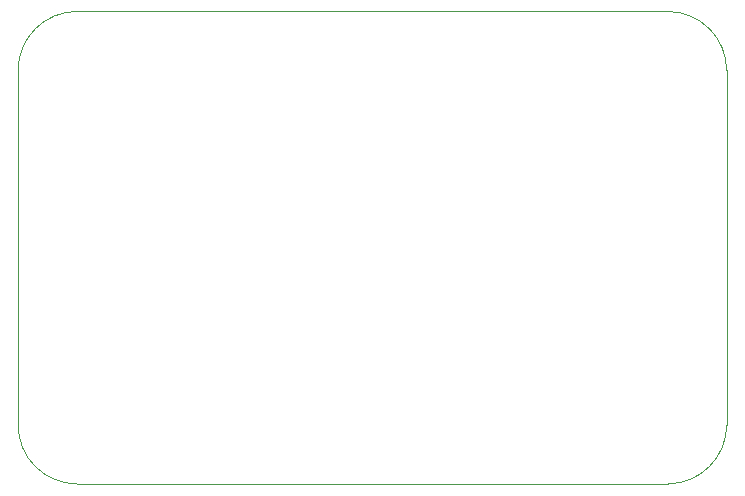
<source format=gbr>
%TF.GenerationSoftware,KiCad,Pcbnew,(5.1.8)-1*%
%TF.CreationDate,2021-02-01T22:15:31+01:00*%
%TF.ProjectId,adl-variant,61646c2d-7661-4726-9961-6e742e6b6963,rev?*%
%TF.SameCoordinates,Original*%
%TF.FileFunction,Profile,NP*%
%FSLAX46Y46*%
G04 Gerber Fmt 4.6, Leading zero omitted, Abs format (unit mm)*
G04 Created by KiCad (PCBNEW (5.1.8)-1) date 2021-02-01 22:15:31*
%MOMM*%
%LPD*%
G01*
G04 APERTURE LIST*
%TA.AperFunction,Profile*%
%ADD10C,0.050000*%
%TD*%
G04 APERTURE END LIST*
D10*
X105000000Y-90000000D02*
G75*
G02*
X100000000Y-85000000I0J5000000D01*
G01*
X160000000Y-85000000D02*
G75*
G02*
X155000000Y-90000000I-5000000J0D01*
G01*
X155000000Y-50000000D02*
G75*
G02*
X160000000Y-55000000I0J-5000000D01*
G01*
X100000000Y-55000000D02*
G75*
G02*
X105000000Y-50000000I5000000J0D01*
G01*
X100000000Y-85000000D02*
X100000000Y-55000000D01*
X155000000Y-90000000D02*
X105000000Y-90000000D01*
X160000000Y-55000000D02*
X160000000Y-85000000D01*
X105000000Y-50000000D02*
X155000000Y-50000000D01*
M02*

</source>
